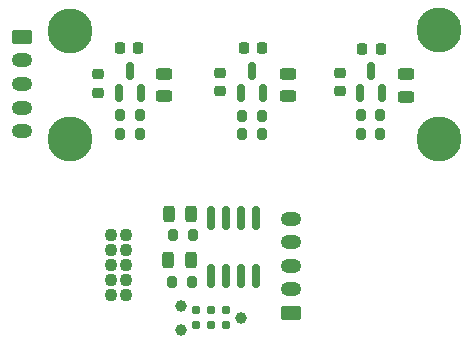
<source format=gbr>
%TF.GenerationSoftware,KiCad,Pcbnew,8.0.3*%
%TF.CreationDate,2025-09-30T21:19:19-04:00*%
%TF.ProjectId,NewHallSensorsLimitSwitches,4e657748-616c-46c5-9365-6e736f72734c,rev?*%
%TF.SameCoordinates,Original*%
%TF.FileFunction,Soldermask,Top*%
%TF.FilePolarity,Negative*%
%FSLAX46Y46*%
G04 Gerber Fmt 4.6, Leading zero omitted, Abs format (unit mm)*
G04 Created by KiCad (PCBNEW 8.0.3) date 2025-09-30 21:19:19*
%MOMM*%
%LPD*%
G01*
G04 APERTURE LIST*
G04 Aperture macros list*
%AMRoundRect*
0 Rectangle with rounded corners*
0 $1 Rounding radius*
0 $2 $3 $4 $5 $6 $7 $8 $9 X,Y pos of 4 corners*
0 Add a 4 corners polygon primitive as box body*
4,1,4,$2,$3,$4,$5,$6,$7,$8,$9,$2,$3,0*
0 Add four circle primitives for the rounded corners*
1,1,$1+$1,$2,$3*
1,1,$1+$1,$4,$5*
1,1,$1+$1,$6,$7*
1,1,$1+$1,$8,$9*
0 Add four rect primitives between the rounded corners*
20,1,$1+$1,$2,$3,$4,$5,0*
20,1,$1+$1,$4,$5,$6,$7,0*
20,1,$1+$1,$6,$7,$8,$9,0*
20,1,$1+$1,$8,$9,$2,$3,0*%
G04 Aperture macros list end*
%ADD10RoundRect,0.150000X0.150000X-0.587500X0.150000X0.587500X-0.150000X0.587500X-0.150000X-0.587500X0*%
%ADD11RoundRect,0.243750X0.243750X0.456250X-0.243750X0.456250X-0.243750X-0.456250X0.243750X-0.456250X0*%
%ADD12RoundRect,0.250000X-0.625000X0.350000X-0.625000X-0.350000X0.625000X-0.350000X0.625000X0.350000X0*%
%ADD13O,1.750000X1.200000*%
%ADD14C,3.800000*%
%ADD15RoundRect,0.243750X-0.456250X0.243750X-0.456250X-0.243750X0.456250X-0.243750X0.456250X0.243750X0*%
%ADD16RoundRect,0.225000X-0.225000X-0.250000X0.225000X-0.250000X0.225000X0.250000X-0.225000X0.250000X0*%
%ADD17RoundRect,0.225000X0.250000X-0.225000X0.250000X0.225000X-0.250000X0.225000X-0.250000X-0.225000X0*%
%ADD18RoundRect,0.200000X0.200000X0.275000X-0.200000X0.275000X-0.200000X-0.275000X0.200000X-0.275000X0*%
%ADD19RoundRect,0.250000X0.625000X-0.350000X0.625000X0.350000X-0.625000X0.350000X-0.625000X-0.350000X0*%
%ADD20RoundRect,0.200000X-0.200000X-0.275000X0.200000X-0.275000X0.200000X0.275000X-0.200000X0.275000X0*%
%ADD21C,1.100000*%
%ADD22C,0.990600*%
%ADD23C,0.787400*%
%ADD24RoundRect,0.150000X-0.150000X0.825000X-0.150000X-0.825000X0.150000X-0.825000X0.150000X0.825000X0*%
G04 APERTURE END LIST*
D10*
%TO.C,U3*%
X174650000Y-110785000D03*
X176550000Y-110785000D03*
X175600000Y-108910000D03*
%TD*%
D11*
%TO.C,D1*%
X160342500Y-124915000D03*
X158467500Y-124915000D03*
%TD*%
D12*
%TO.C,Je1*%
X146040000Y-106010000D03*
D13*
X146040000Y-108010000D03*
X146040000Y-110010000D03*
X146040000Y-112010000D03*
X146040000Y-114010000D03*
%TD*%
D14*
%TO.C,H8*%
X181375000Y-114660000D03*
%TD*%
D15*
%TO.C,D3*%
X158110000Y-109157500D03*
X158110000Y-111032500D03*
%TD*%
D16*
%TO.C,C2*%
X164865000Y-106975000D03*
X166415000Y-106975000D03*
%TD*%
D17*
%TO.C,C5*%
X162850000Y-110625000D03*
X162850000Y-109075000D03*
%TD*%
D16*
%TO.C,C3*%
X174890000Y-107025000D03*
X176440000Y-107025000D03*
%TD*%
D18*
%TO.C,R5*%
X160520000Y-122795000D03*
X158870000Y-122795000D03*
%TD*%
D14*
%TO.C,H8*%
X150125000Y-114650000D03*
%TD*%
D15*
%TO.C,D5*%
X178620000Y-109205000D03*
X178620000Y-111080000D03*
%TD*%
D19*
%TO.C,Je2*%
X168855000Y-129405000D03*
D13*
X168855000Y-127405000D03*
X168855000Y-125405000D03*
X168855000Y-123405000D03*
X168855000Y-121405000D03*
%TD*%
D20*
%TO.C,R6*%
X154395000Y-114265000D03*
X156045000Y-114265000D03*
%TD*%
D10*
%TO.C,U1*%
X154260000Y-110750000D03*
X156160000Y-110750000D03*
X155210000Y-108875000D03*
%TD*%
D15*
%TO.C,D4*%
X168560000Y-109135000D03*
X168560000Y-111010000D03*
%TD*%
D16*
%TO.C,C1*%
X154335000Y-107005000D03*
X155885000Y-107005000D03*
%TD*%
D20*
%TO.C,R1*%
X154395000Y-112675000D03*
X156045000Y-112675000D03*
%TD*%
%TO.C,R3*%
X174755000Y-112625000D03*
X176405000Y-112625000D03*
%TD*%
D21*
%TO.C,J3*%
X153605000Y-122815000D03*
X154875000Y-122815000D03*
X153605000Y-124085000D03*
X154875000Y-124085000D03*
X153605000Y-125355000D03*
X154875000Y-125355000D03*
X153605000Y-126625000D03*
X154875000Y-126625000D03*
X153605000Y-127895000D03*
X154875000Y-127895000D03*
%TD*%
D14*
%TO.C,H7*%
X150120000Y-105500000D03*
%TD*%
D20*
%TO.C,R8*%
X174755000Y-114225000D03*
X176405000Y-114225000D03*
%TD*%
D22*
%TO.C,J2*%
X164595000Y-129820000D03*
X159515000Y-130836000D03*
X159515000Y-128804000D03*
D23*
X163325000Y-129185000D03*
X163325000Y-130455000D03*
X162055000Y-129185000D03*
X162055000Y-130455000D03*
X160785000Y-129185000D03*
X160785000Y-130455000D03*
%TD*%
D11*
%TO.C,D2*%
X160402500Y-120995000D03*
X158527500Y-120995000D03*
%TD*%
D14*
%TO.C,H7*%
X181350000Y-105480000D03*
%TD*%
D17*
%TO.C,C6*%
X172970000Y-110620000D03*
X172970000Y-109070000D03*
%TD*%
%TO.C,C4*%
X152520000Y-110750000D03*
X152520000Y-109200000D03*
%TD*%
D20*
%TO.C,R7*%
X164705000Y-114275000D03*
X166355000Y-114275000D03*
%TD*%
D10*
%TO.C,U2*%
X164580000Y-110745000D03*
X166480000Y-110745000D03*
X165530000Y-108870000D03*
%TD*%
D18*
%TO.C,R4*%
X160460000Y-126785000D03*
X158810000Y-126785000D03*
%TD*%
D24*
%TO.C,U4*%
X165895000Y-121330000D03*
X164625000Y-121330000D03*
X163355000Y-121330000D03*
X162085000Y-121330000D03*
X162085000Y-126280000D03*
X163355000Y-126280000D03*
X164625000Y-126280000D03*
X165895000Y-126280000D03*
%TD*%
D20*
%TO.C,R2*%
X164725000Y-112715000D03*
X166375000Y-112715000D03*
%TD*%
M02*

</source>
